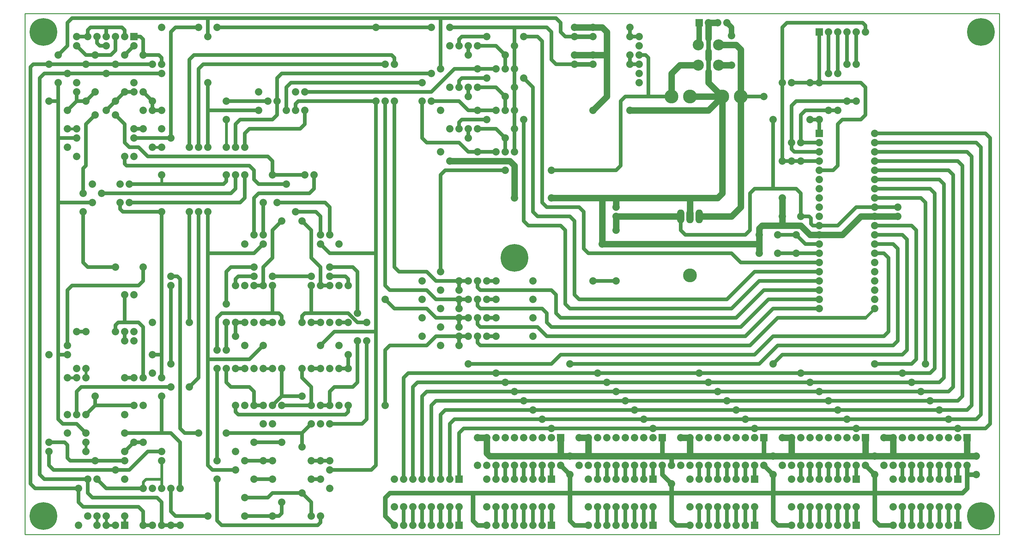
<source format=gbl>
%FSLAX23Y23*%
%MOIN*%
G70*
G01*
G75*
%ADD10C,0.010*%
%ADD11R,0.036X0.036*%
%ADD12R,0.036X0.050*%
%ADD13R,0.024X0.100*%
%ADD14R,0.080X0.024*%
%ADD15R,0.050X0.036*%
%ADD16C,0.024*%
%ADD17C,0.040*%
%ADD18C,0.030*%
%ADD19C,0.070*%
%ADD20C,0.015*%
%ADD21C,0.300*%
%ADD22C,0.080*%
%ADD23R,0.080X0.080*%
%ADD24C,0.150*%
%ADD25C,0.120*%
%ADD26O,0.080X0.150*%
%ADD27C,0.050*%
%ADD28C,0.060*%
D10*
X4691Y5170D02*
Y10820D01*
Y5170D02*
X15241D01*
Y10820D01*
X4691D02*
X15241D01*
D17*
X10291Y8770D02*
Y10520D01*
X10241Y10570D02*
X10291Y10520D01*
X10091Y10570D02*
X10241D01*
X10541Y7670D02*
Y8470D01*
X10091Y8570D02*
Y9670D01*
Y8570D02*
X10141Y8520D01*
X10491D01*
X10541Y8470D01*
X10641Y7770D02*
Y8570D01*
X10191Y8670D02*
X10241Y8620D01*
X10191Y8670D02*
Y10020D01*
X10591Y8620D02*
X10641Y8570D01*
X10241Y8620D02*
X10591D01*
X10741Y8270D02*
Y8670D01*
X10341Y8720D02*
X10691D01*
X10741Y8670D01*
X10291Y8770D02*
X10341Y8720D01*
X5701Y7470D02*
X5921D01*
X5771D02*
Y7770D01*
X7721Y7570D02*
X8191D01*
X7791D02*
Y7870D01*
X6821Y7570D02*
X7441D01*
X7371D02*
Y7870D01*
X9341Y10220D02*
X9791D01*
X9141Y7520D02*
X9491D01*
X7071Y5370D02*
X7441D01*
X9491Y9320D02*
X9791D01*
X9491Y9770D02*
X9791D01*
X7421Y9720D02*
Y10120D01*
X5821Y8970D02*
X6841D01*
X5001Y5870D02*
X5821D01*
X5181Y5970D02*
X5771D01*
X6671Y5920D02*
Y8670D01*
X5051Y6420D02*
Y10070D01*
X6671Y9370D02*
Y10070D01*
X5201Y10770D02*
X10441D01*
X6671Y7070D02*
X7121D01*
X6671Y8220D02*
X7171D01*
X6671Y9770D02*
X7221D01*
X5051Y7120D02*
X5151D01*
X5051Y8770D02*
X5421D01*
X5051Y9470D02*
X5251D01*
X9191Y10220D02*
Y10770D01*
X6671Y10570D02*
Y10770D01*
X4951Y9870D02*
X5051D01*
X9891Y9320D02*
Y9470D01*
X8991D02*
X9041Y9420D01*
X8991Y9470D02*
Y9870D01*
X9041Y9420D02*
X9391D01*
X9491Y9320D01*
X9791Y9570D02*
X9891Y9470D01*
X9591Y9570D02*
X9791D01*
X9491Y9470D02*
Y9570D01*
X9391D02*
Y9640D01*
X9421Y9670D01*
X9691D01*
X9891Y9770D02*
Y9920D01*
X9791Y10020D02*
X9891Y9920D01*
X9591Y10020D02*
X9791D01*
X9391D02*
Y10090D01*
X9421Y10120D01*
X9691D01*
X9491Y9920D02*
Y10020D01*
X9391Y9870D02*
X9491Y9770D01*
X9091Y9870D02*
X9391D01*
X7721Y9970D02*
X9091D01*
X9341Y10220D01*
X9891D02*
Y10370D01*
X9791Y10470D02*
X9891Y10370D01*
X9591Y10470D02*
X9791D01*
X9491Y10370D02*
Y10470D01*
X9421Y10570D02*
X9691D01*
X9391Y10540D02*
X9421Y10570D01*
X9391Y10470D02*
Y10540D01*
X8491Y5920D02*
Y9870D01*
X9991Y9320D02*
Y10670D01*
X9291D02*
X10341D01*
X6771D02*
X9091D01*
X8041Y7370D02*
X8491D01*
X7991Y8220D02*
X8491D01*
X11241Y10270D02*
X11341D01*
X11241D02*
Y10370D01*
Y10570D02*
X11341D01*
X11241D02*
Y10670D01*
X12841Y8420D02*
X13041D01*
X12541Y8470D02*
Y8870D01*
X9141Y7320D02*
X9491D01*
X8591Y6570D02*
Y7170D01*
X8641Y7220D02*
X9041D01*
X8591Y7170D02*
X8641Y7220D01*
X9391D02*
Y7320D01*
X9041Y7220D02*
X9141Y7320D01*
X9391Y7420D02*
Y7520D01*
X8691Y7620D02*
X9041D01*
X9141Y7520D01*
Y7720D02*
X9491D01*
X9391Y7620D02*
Y7720D01*
X8641Y7820D02*
X9041D01*
X9141Y7720D01*
X8591D02*
X8691Y7620D01*
X8591Y7870D02*
X8641Y7820D01*
X9141Y7920D02*
X9491D01*
X9391Y7820D02*
Y7920D01*
X9041Y8020D02*
X9141Y7920D01*
X8741Y8020D02*
X9041D01*
X8691Y8070D02*
X8741Y8020D01*
X7421Y10120D02*
X7471Y10170D01*
X7521Y10020D02*
X7571Y10070D01*
X7521Y9770D02*
Y10020D01*
X7471Y10170D02*
X9091D01*
X8691Y8070D02*
Y9870D01*
X8591Y7870D02*
Y9870D01*
X7121Y9570D02*
X7671D01*
X7721Y9620D01*
Y9770D01*
X7021Y9670D02*
X7371D01*
X7421Y9720D01*
X7071Y9520D02*
X7121Y9570D01*
X7071Y9370D02*
Y9520D01*
X6971Y9620D02*
X7021Y9670D01*
X6971Y9370D02*
Y9620D01*
X6571Y9370D02*
Y10220D01*
X6621Y10270D01*
X8591D01*
X8691D02*
Y10340D01*
X8661Y10370D02*
X8691Y10340D01*
X6521Y10370D02*
X8661D01*
X6471Y10320D02*
X6521Y10370D01*
X6471Y9370D02*
Y10320D01*
X7891Y8420D02*
Y8620D01*
X7841Y8670D02*
X7891Y8620D01*
X7621Y8670D02*
X7841D01*
X7991Y8420D02*
Y8720D01*
X7941Y8770D02*
X7991Y8720D01*
X7421Y8770D02*
X7941D01*
X7821Y8920D02*
Y9070D01*
X7771Y8870D02*
X7821Y8920D01*
X7221Y8870D02*
X7771D01*
X7171Y8820D02*
X7221Y8870D01*
X7171Y8420D02*
Y8820D01*
X7271Y8420D02*
Y8770D01*
X8291Y7570D02*
Y8020D01*
X8241Y8070D02*
X8291Y8020D01*
X7991Y8070D02*
X8241D01*
X8191Y7870D02*
Y7940D01*
X8161Y7970D02*
X8191Y7940D01*
X7991Y7970D02*
X8161D01*
X6871Y7670D02*
Y8020D01*
X6921Y8070D01*
X7171D01*
X6971Y7870D02*
Y7940D01*
X7001Y7970D01*
X7171D01*
Y7870D02*
X7271D01*
Y8070D01*
X7371Y8170D01*
Y8470D01*
X7471Y8570D01*
X7691D02*
X7791Y8470D01*
Y8170D02*
Y8470D01*
Y8170D02*
X7891Y8070D01*
Y7870D02*
Y8070D01*
Y7870D02*
X7991D01*
X7371Y7970D02*
X7791D01*
X7691Y7540D02*
X7721Y7570D01*
X7691Y7470D02*
Y7540D01*
X8191Y7570D02*
X8291Y7470D01*
X8391D01*
X7271D02*
X7371D01*
X7471D02*
Y7540D01*
X7441Y7570D02*
X7471Y7540D01*
X6771Y7520D02*
X6821Y7570D01*
X6771Y7170D02*
Y7520D01*
X6871Y7170D02*
Y7470D01*
X6971Y7320D02*
Y7470D01*
X7071D01*
X7171Y6170D02*
X7471D01*
X7991Y6370D02*
X8341D01*
X8391Y6420D01*
Y7270D01*
X7791Y7470D02*
X7891D01*
X8091D02*
X8191D01*
X8091Y6970D02*
X8191D01*
Y7120D01*
X8291Y6820D02*
Y7270D01*
X8241Y6770D02*
X8291Y6820D01*
X8041Y6770D02*
X8241D01*
X7991Y6720D02*
X8041Y6770D01*
X7991Y6570D02*
Y6720D01*
X7891Y6570D02*
X7991D01*
X7791Y6970D02*
X7891D01*
X7791Y6570D02*
Y6770D01*
X7691Y6870D02*
X7791Y6770D01*
X7691Y6870D02*
Y6970D01*
X7471Y6670D02*
Y6970D01*
Y6670D02*
X7691D01*
X7371Y6570D02*
X7471Y6670D01*
X6971Y6970D02*
X7071D01*
X7171Y6570D02*
X7271D01*
X7171D02*
Y6720D01*
X7121Y6770D02*
X7171Y6720D01*
X6921Y6770D02*
X7121D01*
X6871Y6820D02*
X6921Y6770D01*
X6871Y6820D02*
Y6970D01*
X7471Y6570D02*
X7791D01*
X8191Y6500D02*
Y6570D01*
X8161Y6470D02*
X8191Y6500D01*
X7001Y6470D02*
X8161D01*
X6971Y6500D02*
X7001Y6470D01*
X6971Y6500D02*
Y6570D01*
X6871Y6270D02*
X7691D01*
Y6120D02*
Y6270D01*
X7791Y6370D01*
Y5970D02*
X7991D01*
X7071D02*
X7371D01*
X7171Y5770D02*
X7371D01*
X7791D02*
X7891D01*
X7471Y5400D02*
Y5520D01*
X7441Y5370D02*
X7471Y5400D01*
X7071Y5570D02*
X7321D01*
X7371Y5620D01*
X7791Y5370D02*
Y5520D01*
X7691Y5620D02*
X7791Y5520D01*
X7371Y5620D02*
X7691D01*
X7891Y5300D02*
Y5370D01*
X7861Y5270D02*
X7891Y5300D01*
X6821Y5270D02*
X7861D01*
X6771Y5320D02*
X6821Y5270D01*
X6771Y5320D02*
Y5770D01*
Y5970D02*
Y6970D01*
X6321Y5370D02*
X6671D01*
X6271Y5420D02*
X6321Y5370D01*
X6271Y5420D02*
Y5670D01*
X6021Y6070D02*
X6171D01*
X5821Y5870D02*
X6021Y6070D01*
X4951Y5920D02*
X5001Y5870D01*
X4951Y5920D02*
Y6070D01*
X5871Y6170D02*
X5971D01*
X5771Y6070D02*
X5871Y6170D01*
X5151Y6000D02*
X5181Y5970D01*
X5151Y6000D02*
Y6140D01*
X5121Y6170D02*
X5151Y6140D01*
X4951Y6170D02*
X5121D01*
X5451Y6570D02*
X5871D01*
X5351Y6470D02*
X5451Y6570D01*
Y6670D01*
X5251Y6470D02*
Y6720D01*
X5301Y6770D01*
X6271D01*
X5251Y7370D02*
X5351D01*
X5151Y7220D02*
Y7820D01*
X5201Y7870D01*
X5921D01*
X5971Y7920D01*
Y8070D01*
X5771Y7270D02*
Y7370D01*
Y6870D02*
X5871D01*
X5971D02*
Y7420D01*
X5921Y7470D02*
X5971Y7420D01*
X5671Y7440D02*
X5701Y7470D01*
X5671Y7370D02*
Y7440D01*
X6471Y6770D02*
X6571Y6870D01*
Y8670D01*
X6471Y7470D02*
Y8670D01*
X6421Y6270D02*
X6571D01*
X6371Y6320D02*
X6421Y6270D01*
X6371Y6320D02*
Y7940D01*
X6341Y7970D02*
X6371Y7940D01*
X6271Y7970D02*
X6341D01*
X6271Y7020D02*
Y7870D01*
X5371Y8070D02*
X5671D01*
X5321Y8120D02*
X5371Y8070D01*
X5321Y8120D02*
Y8670D01*
X7071Y8820D02*
Y9070D01*
X5821Y8770D02*
X7021D01*
X7071Y8820D01*
X5521Y8870D02*
X6921D01*
X6971Y8920D01*
Y9070D01*
X6871Y9000D02*
Y9070D01*
X6841Y8970D02*
X6871Y9000D01*
X5871Y9470D02*
X6271D01*
X5351Y9620D02*
X5451Y9720D01*
X5321Y8870D02*
Y9140D01*
X5351Y9170D01*
Y9620D01*
X5771Y9420D02*
Y9620D01*
X5671Y9720D02*
X5771Y9620D01*
X7171Y9020D02*
X7221Y8970D01*
X7121Y9170D02*
X7171Y9120D01*
X7221Y8970D02*
X7521D01*
X7171Y9020D02*
Y9120D01*
X5791Y9170D02*
X7121D01*
X5771Y9190D02*
X5791Y9170D01*
X5771Y9190D02*
Y9270D01*
X7321D02*
X7371Y9220D01*
Y9070D02*
Y9220D01*
X6021Y9270D02*
X7321D01*
X5771Y9420D02*
X5821Y9370D01*
X5921D02*
X6021Y9270D01*
X5821Y9370D02*
X5921D01*
X4901Y10170D02*
X6171D01*
X6071Y9770D02*
X6171D01*
X6071D02*
Y9870D01*
X5971Y9970D02*
X6071Y9870D01*
X5571Y9770D02*
X5771Y9970D01*
X5871D01*
X5151Y9770D02*
X5251Y9870D01*
X5351D01*
X5451Y9970D01*
X5251Y9870D02*
Y9970D01*
X4851Y10120D02*
X4901Y10170D01*
X4851Y5820D02*
Y10120D01*
Y5820D02*
X4901Y5770D01*
X5371D01*
X6171Y5270D02*
X6371D01*
X5371Y5620D02*
Y5770D01*
Y5620D02*
X5421Y5570D01*
X6121D01*
X6171Y5520D01*
Y5270D02*
Y5520D01*
X5571Y5670D02*
X5971D01*
X5471Y5770D02*
X5571Y5670D01*
X5321Y5470D02*
X5921D01*
X4781Y10270D02*
X6071D01*
X5271Y5520D02*
X5321Y5470D01*
X5271Y5520D02*
Y5670D01*
X5971Y5270D02*
X6071D01*
X5971D02*
Y5420D01*
X5921Y5470D02*
X5971Y5420D01*
X4801Y5670D02*
X5271D01*
X4751Y5720D02*
X4801Y5670D01*
X4751Y5720D02*
Y10240D01*
X4781Y10270D01*
X6171D02*
Y10340D01*
X6141Y10370D02*
X6171Y10340D01*
X5971Y10370D02*
X6141D01*
X5971D02*
Y10540D01*
X5941Y10570D02*
X5971Y10540D01*
X5871Y10570D02*
X5941D01*
X5771Y10370D02*
X5871Y10470D01*
X5401Y10670D02*
X5741D01*
X5571Y10570D02*
Y10670D01*
X5371Y10640D02*
X5401Y10670D01*
X5371Y10570D02*
Y10640D01*
X5251Y10570D02*
X5371D01*
X5351Y10370D02*
X5621D01*
X5671Y10420D02*
Y10570D01*
X5621Y10370D02*
X5671Y10420D01*
X5251Y10470D02*
X5351Y10370D01*
X5501Y10470D02*
X5571D01*
X5471Y10500D02*
X5501Y10470D01*
X5471Y10500D02*
Y10570D01*
X11191Y9920D02*
X11691D01*
X10391Y9120D02*
X11091D01*
X11142Y9171D01*
Y9870D01*
X11191Y9920D01*
X11441Y9920D02*
Y10340D01*
X9191Y8020D02*
Y9070D01*
X9241Y9120D02*
X9891D01*
X9191Y9070D02*
X9241Y9120D01*
X10841Y7920D02*
X11091D01*
X13221Y8520D02*
X13491D01*
X13691Y8720D02*
X14141D01*
X12591Y8920D02*
X13041D01*
X12791D02*
Y9670D01*
X13091Y8620D02*
X13181D01*
X13201Y8600D01*
Y8540D02*
Y8600D01*
Y8540D02*
X13221Y8520D01*
X5771Y6270D02*
X6271D01*
X6171Y6870D02*
Y8670D01*
Y6270D02*
Y6670D01*
X6071Y7120D02*
X6171D01*
X5721Y8700D02*
X5751Y8670D01*
X5721Y8700D02*
Y8770D01*
X5751Y8670D02*
X6171D01*
X5771Y10570D02*
Y10640D01*
X5741Y10670D02*
X5771Y10640D01*
X10091Y10120D02*
X10191Y10020D01*
X10741Y8270D02*
X10791Y8220D01*
X12341D01*
X10691Y7720D02*
X12291D01*
X10641Y7770D02*
X10691Y7720D01*
X10591Y7620D02*
X12341D01*
X10541Y7670D02*
X10591Y7620D01*
X5151Y10720D02*
X5201Y10770D01*
X7571Y10070D02*
X8991D01*
X7651Y9870D02*
X8491D01*
X7621Y9840D02*
X7651Y9870D01*
X7621Y9770D02*
Y9840D01*
X6321Y10670D02*
X6571D01*
X6271Y10620D02*
X6321Y10670D01*
X6271Y9470D02*
Y10620D01*
X5151Y10470D02*
Y10720D01*
X5051Y10370D02*
X5151Y10470D01*
X6271Y6270D02*
X6371Y6170D01*
Y5670D02*
Y6170D01*
X7371Y9070D02*
X7721D01*
X5051Y6420D02*
X5101Y6370D01*
X5251D01*
X5351Y6270D01*
X7891Y7220D02*
X8041Y7370D01*
X7891Y8320D02*
X7991Y8220D01*
X7121Y7070D02*
X7271Y7220D01*
X7171Y8220D02*
X7271Y8320D01*
X6721Y5870D02*
X6971D01*
X6671Y5920D02*
X6721Y5870D01*
X7991D02*
X8441D01*
X8491Y5920D01*
X5871Y9570D02*
X5971D01*
X9391Y5270D02*
Y5470D01*
X9291Y5270D02*
Y5470D01*
X9191Y5270D02*
Y5470D01*
X9091Y5270D02*
Y5470D01*
X8991Y5270D02*
Y5470D01*
X8891Y5270D02*
Y5470D01*
X8791Y5270D02*
Y5470D01*
X9791Y5270D02*
Y5470D01*
X9891Y5270D02*
Y5470D01*
X9991Y5270D02*
Y5470D01*
X10091Y5270D02*
Y5470D01*
X10191Y5270D02*
Y5470D01*
X10291Y5270D02*
Y5470D01*
X10391Y5270D02*
Y5470D01*
X10891Y5270D02*
Y5470D01*
X10991Y5270D02*
Y5470D01*
X11091Y5270D02*
Y5470D01*
X11191Y5270D02*
Y5470D01*
X11291Y5270D02*
Y5470D01*
X11391Y5270D02*
Y5470D01*
X11491Y5270D02*
Y5470D01*
X11991Y5270D02*
Y5470D01*
X12091Y5270D02*
Y5470D01*
X12191Y5270D02*
Y5470D01*
X12291Y5270D02*
Y5470D01*
X12391Y5270D02*
Y5470D01*
X12491Y5270D02*
Y5470D01*
X12591Y5270D02*
Y5470D01*
X13091Y5270D02*
Y5470D01*
X13191Y5270D02*
Y5470D01*
X13291Y5270D02*
Y5470D01*
X13391Y5270D02*
Y5470D01*
X13491Y5270D02*
Y5470D01*
X13591Y5270D02*
Y5470D01*
X13691Y5270D02*
Y5470D01*
X14791Y5270D02*
Y5470D01*
X14691Y5270D02*
Y5470D01*
X14591Y5270D02*
Y5470D01*
X14491Y5270D02*
Y5470D01*
X14391Y5270D02*
Y5470D01*
X14291Y5270D02*
Y5470D01*
X14191Y5270D02*
Y5470D01*
X14791Y5770D02*
Y5920D01*
X14691Y5770D02*
Y5920D01*
X14591Y5770D02*
Y5920D01*
X14491Y5770D02*
Y5920D01*
X14391Y5770D02*
Y5920D01*
X14291Y5770D02*
Y5920D01*
X14191Y5770D02*
Y5920D01*
X13691Y5770D02*
Y5920D01*
X13591Y5770D02*
Y5920D01*
X13491Y5770D02*
Y5920D01*
X13391Y5770D02*
Y5920D01*
X13291Y5770D02*
Y5920D01*
X13191Y5770D02*
Y5920D01*
X13091Y5770D02*
Y5920D01*
X12491Y5770D02*
Y5920D01*
X12391Y5770D02*
Y5920D01*
X12291Y5770D02*
Y5920D01*
X12191Y5770D02*
Y5920D01*
X12091Y5770D02*
Y5920D01*
X11991Y5770D02*
Y5920D01*
X11491Y5770D02*
Y5920D01*
X11391Y5770D02*
Y5920D01*
X11291Y5770D02*
Y5920D01*
X11191Y5770D02*
Y5920D01*
X11091Y5770D02*
Y5920D01*
X10991Y5770D02*
Y5920D01*
X10891Y5770D02*
Y5920D01*
X10391Y5770D02*
Y5920D01*
X10291Y5770D02*
Y5920D01*
X10191Y5770D02*
Y5920D01*
X10091Y5770D02*
Y5920D01*
X9991Y5770D02*
Y5920D01*
X9891Y5770D02*
Y5920D01*
X9791Y5770D02*
Y5920D01*
X12591Y5770D02*
Y5920D01*
X9391Y5770D02*
Y6270D01*
X9441Y6320D01*
X9291Y5770D02*
Y6370D01*
X9341Y6420D01*
X9191Y5770D02*
Y6470D01*
X9241Y6520D01*
X9091Y5770D02*
Y6570D01*
X9141Y6620D01*
X8991Y5770D02*
Y6670D01*
X9041Y6720D01*
X8891Y5770D02*
Y6770D01*
X8941Y6820D01*
X8791Y5770D02*
Y6870D01*
X8841Y6920D01*
X14291Y8520D02*
X14341Y8470D01*
X14191Y8420D02*
X14241Y8370D01*
X14091Y8320D02*
X14141Y8270D01*
X9491Y7020D02*
X10391D01*
X10491Y7120D01*
X13891Y8320D02*
X14091D01*
X13891Y8420D02*
X14191D01*
X13891Y8520D02*
X14291D01*
X13891Y8220D02*
X13991D01*
X14041Y8170D01*
X13491Y8520D02*
X13691Y8720D01*
X12841Y8220D02*
X13291D01*
X13041Y8420D02*
X13141Y8320D01*
X13291D01*
X12891Y9220D02*
X13291D01*
X13191Y9670D02*
X13291D01*
Y9520D02*
Y9670D01*
X13091Y9420D02*
X13291D01*
X12991Y9350D02*
X13021Y9320D01*
X13291D01*
X13091Y9420D02*
Y9720D01*
X13141Y9770D01*
X13491D01*
X12991Y9820D02*
X13041Y9870D01*
X13691D01*
X12991Y9350D02*
Y9820D01*
X13391Y10170D02*
Y10620D01*
X13491Y10170D02*
Y10620D01*
X13591Y10270D02*
Y10620D01*
X13691Y10270D02*
Y10620D01*
X13291Y10070D02*
Y10620D01*
X13741Y10070D02*
X13791Y10020D01*
X13291Y9120D02*
X13441D01*
X13491Y9170D01*
Y9620D01*
X13541Y9670D01*
X13741D01*
X13791Y9720D01*
Y10020D01*
X12991Y10070D02*
X13741D01*
X13791Y10620D02*
Y10690D01*
X13761Y10720D02*
X13791Y10690D01*
X12941Y10720D02*
X13761D01*
X12891Y10670D02*
X12941Y10720D01*
X12891Y9220D02*
Y10670D01*
X15091Y6320D02*
X15141Y6370D01*
Y9470D01*
X15091Y9520D02*
X15141Y9470D01*
X14991Y6420D02*
X15041Y6470D01*
Y9370D01*
X14991Y9420D02*
X15041Y9370D01*
X14891Y6520D02*
X14941Y6570D01*
Y9270D01*
X14891Y9320D02*
X14941Y9270D01*
X14791Y6620D02*
X14841Y6670D01*
Y9170D01*
X14791Y9220D02*
X14841Y9170D01*
X14691Y6720D02*
X14741Y6770D01*
Y9070D01*
X14691Y9120D02*
X14741Y9070D01*
X14591Y6820D02*
X14641Y6870D01*
Y8970D01*
X14591Y9020D02*
X14641Y8970D01*
X14491Y6920D02*
X14541Y6970D01*
Y8870D01*
X14491Y8920D02*
X14541Y8870D01*
X14391Y8820D02*
X14441Y8770D01*
X13891Y9520D02*
X15091D01*
X9441Y6320D02*
X15091D01*
X13891Y9420D02*
X14991D01*
X9341Y6420D02*
X14991D01*
X13891Y9320D02*
X14891D01*
X9241Y6520D02*
X14891D01*
X13891Y9220D02*
X14791D01*
X9141Y6620D02*
X14791D01*
X13891Y9120D02*
X14691D01*
X9041Y6720D02*
X14691D01*
X13891Y9020D02*
X14591D01*
X8941Y6820D02*
X14591D01*
X13891Y8920D02*
X14491D01*
X8841Y6920D02*
X14491D01*
X13891Y8820D02*
X14391D01*
X13041Y8920D02*
X13091Y8870D01*
Y8620D02*
Y8870D01*
X12541D02*
X12591Y8920D01*
X12491Y8420D02*
X12541Y8470D01*
X11841Y8420D02*
X12491D01*
X11791Y8470D02*
X11841Y8420D01*
X11791Y8470D02*
Y8620D01*
X12341Y8220D02*
X12441Y8120D01*
X13291D01*
X14441Y7020D02*
Y8770D01*
X14291Y7020D02*
X14341Y7070D01*
Y8470D01*
X14191Y7120D02*
X14241Y7170D01*
Y8370D01*
X14091Y7220D02*
X14141Y7270D01*
Y8270D01*
X13991Y7320D02*
X14041Y7370D01*
Y8170D01*
X13891Y7020D02*
X14291D01*
X12791D02*
X12891Y7120D01*
X14191D01*
X12641Y7020D02*
X12841Y7220D01*
X14091D01*
X10591Y7020D02*
X12641D01*
X12591Y7120D02*
X12791Y7320D01*
X13991D01*
X10491Y7120D02*
X12591D01*
X12541Y7220D02*
X12841Y7520D01*
X13791D01*
X12491Y7320D02*
X12791Y7620D01*
X13291D01*
X12441Y7420D02*
X12741Y7720D01*
X13291D01*
X12391Y7520D02*
X12691Y7820D01*
X13291D01*
X12341Y7620D02*
X12641Y7920D01*
X13291D01*
X12291Y7720D02*
X12591Y8020D01*
X13291D01*
X11341Y10370D02*
X11411D01*
X11441Y10340D01*
X12442Y9920D02*
X12691D01*
X10491Y10620D02*
X10541Y10570D01*
X10641D01*
X10441Y10770D02*
X10491Y10720D01*
Y10620D02*
Y10720D01*
X10341Y10670D02*
X10391Y10620D01*
Y10320D02*
Y10620D01*
Y10320D02*
X10441Y10270D01*
X10641D01*
X9691Y7320D02*
X9791D01*
X9591Y7250D02*
Y7320D01*
Y7250D02*
X9621Y7220D01*
X9591Y7450D02*
Y7520D01*
Y7450D02*
X9621Y7420D01*
X9691Y7520D02*
X9791D01*
X9591Y7650D02*
Y7720D01*
Y7650D02*
X9621Y7620D01*
X9591Y7850D02*
Y7920D01*
Y7850D02*
X9621Y7820D01*
Y7220D02*
X12541D01*
X10241Y7420D02*
X10341Y7320D01*
X9621Y7420D02*
X10241D01*
X10341Y7320D02*
X12491D01*
X10341Y7470D02*
X10391Y7420D01*
X10341Y7470D02*
Y7570D01*
X10291Y7620D02*
X10341Y7570D01*
X10391Y7420D02*
X12441D01*
X10441Y7570D02*
X10491Y7520D01*
X10441Y7570D02*
Y7770D01*
X10391Y7820D02*
X10441Y7770D01*
X9621Y7820D02*
X10391D01*
X10491Y7520D02*
X12391D01*
X9621Y7620D02*
X10291D01*
X9691Y7920D02*
X9791D01*
X9691Y7720D02*
X9791D01*
X6871Y9870D02*
X7321D01*
D18*
X6171Y8970D02*
Y9070D01*
Y5670D02*
Y5970D01*
X6001Y5770D02*
X6171D01*
X6871Y9370D02*
Y9670D01*
X5351Y6070D02*
Y6170D01*
X5971Y5740D02*
X6001Y5770D01*
X5971Y5670D02*
Y5740D01*
X5581Y5670D02*
X5971D01*
X7271Y6970D02*
X7371D01*
X5351Y6870D02*
Y6970D01*
X5151Y6870D02*
X5251D01*
X6071Y9370D02*
X6171D01*
X5151Y9570D02*
X5251D01*
X5771Y5270D02*
Y5370D01*
X5571Y5270D02*
X5671D01*
X5471D02*
Y5370D01*
X5571Y5270D02*
Y5370D01*
X13791Y7520D02*
X13891Y7620D01*
D19*
X10641Y10370D02*
X10991D01*
Y9920D02*
Y10620D01*
X10641Y10670D02*
X10941D01*
X10991Y10620D01*
X10841Y9770D02*
X10991Y9920D01*
X11241Y9770D02*
X12092D01*
X9991Y8820D02*
Y9170D01*
X9721Y6020D02*
X14991D01*
X14891D02*
Y6220D01*
X14091Y6020D02*
Y6220D01*
X13791Y6020D02*
Y6220D01*
X12991Y6020D02*
Y6220D01*
X11891Y6020D02*
Y6220D01*
X10791Y6020D02*
Y6220D01*
X10491Y6020D02*
Y6220D01*
X13991D02*
X14091D01*
X13191Y8420D02*
X13541D01*
X13741Y8620D02*
X14141D01*
X12671Y8520D02*
X13091D01*
X12641Y8220D02*
Y8490D01*
X10941Y8320D02*
X12641D01*
X12891Y8520D02*
Y8820D01*
X10391D02*
X12191D01*
X11891Y8620D02*
Y8820D01*
X11091Y8720D02*
Y8820D01*
X10941Y8320D02*
Y8820D01*
X11791Y6220D02*
X11891D01*
X12891D02*
X12991D01*
X10691D02*
X10791D01*
X9691Y6050D02*
X9721Y6020D01*
X9691Y6050D02*
Y6220D01*
X9591D02*
X9691D01*
X13541Y8420D02*
X13741Y8620D01*
X13091Y8520D02*
X13191Y8420D01*
X12641Y8490D02*
X12671Y8520D01*
X9291Y9220D02*
X9941D01*
X9991Y9170D01*
X12201Y10260D02*
X12341D01*
X12201Y10480D02*
X12391D01*
X12441Y10430D01*
X12091Y10720D02*
X12191D01*
X12091Y10330D02*
Y10410D01*
Y10550D02*
Y10720D01*
X11691Y9920D02*
Y10170D01*
X11781Y10260D01*
X11981D01*
X12341Y8620D02*
X12441Y8720D01*
X11991Y8620D02*
X12341D01*
X11091D02*
X11791D01*
X11091Y8470D02*
Y8620D01*
X12441Y8720D02*
Y10430D01*
X12191Y8820D02*
X12241Y8870D01*
X12091Y10069D02*
Y10190D01*
Y10069D02*
X12241Y9920D01*
X11891D02*
X12241D01*
X12092Y9770D02*
X12241Y9920D01*
X12241Y8870D02*
Y9920D01*
D21*
X15041Y10620D02*
D03*
X9991Y8170D02*
D03*
X4891Y10620D02*
D03*
Y5370D02*
D03*
X15041D02*
D03*
D22*
X14091Y5270D02*
D03*
X14191D02*
D03*
X14291D02*
D03*
X14391D02*
D03*
X14491D02*
D03*
X14591D02*
D03*
X14691D02*
D03*
X13591D02*
D03*
X13491D02*
D03*
X13391D02*
D03*
X13291D02*
D03*
X13191D02*
D03*
X13091D02*
D03*
X12991D02*
D03*
X11891D02*
D03*
X11991D02*
D03*
X12091D02*
D03*
X12191D02*
D03*
X12291D02*
D03*
X12391D02*
D03*
X12491D02*
D03*
X11391D02*
D03*
X11291D02*
D03*
X11191D02*
D03*
X11091D02*
D03*
X10991D02*
D03*
X10891D02*
D03*
X10791D02*
D03*
X9691D02*
D03*
X9791D02*
D03*
X9891D02*
D03*
X9991D02*
D03*
X10091D02*
D03*
X10191D02*
D03*
X10291D02*
D03*
X9291D02*
D03*
X9191D02*
D03*
X9091D02*
D03*
X8991D02*
D03*
X8891D02*
D03*
X8791D02*
D03*
X8691D02*
D03*
X13791Y10620D02*
D03*
X13691D02*
D03*
X13591D02*
D03*
X13491D02*
D03*
X13391D02*
D03*
X5771Y10570D02*
D03*
X5671D02*
D03*
X5571D02*
D03*
X5471D02*
D03*
X5371D02*
D03*
X5471Y5270D02*
D03*
X5571D02*
D03*
X5671D02*
D03*
X12091Y10720D02*
D03*
X12191D02*
D03*
X12291D02*
D03*
X5151Y9570D02*
D03*
Y9370D02*
D03*
X5971Y9770D02*
D03*
Y9570D02*
D03*
X13091Y8620D02*
D03*
X12891D02*
D03*
X14991Y6020D02*
D03*
Y5820D02*
D03*
X13891D02*
D03*
Y6020D02*
D03*
X12791D02*
D03*
Y5820D02*
D03*
X11691Y5720D02*
D03*
Y5920D02*
D03*
X10591Y6020D02*
D03*
Y5820D02*
D03*
X9391Y7220D02*
D03*
X9191D02*
D03*
Y7420D02*
D03*
X9391D02*
D03*
Y7620D02*
D03*
X9191D02*
D03*
Y7820D02*
D03*
X9391D02*
D03*
X12641Y8220D02*
D03*
X12841D02*
D03*
Y8420D02*
D03*
X12641D02*
D03*
X12991Y9420D02*
D03*
Y9220D02*
D03*
X13091D02*
D03*
Y9420D02*
D03*
X5351Y6270D02*
D03*
X5151D02*
D03*
X5771Y6470D02*
D03*
Y6270D02*
D03*
X5151Y7120D02*
D03*
X4951D02*
D03*
X6071Y6920D02*
D03*
Y7120D02*
D03*
X5421Y8770D02*
D03*
Y8970D02*
D03*
X5721D02*
D03*
Y8770D02*
D03*
X6971Y5870D02*
D03*
Y6070D02*
D03*
X7991Y5670D02*
D03*
Y5870D02*
D03*
X7271Y7220D02*
D03*
X7071D02*
D03*
X8091D02*
D03*
X7891D02*
D03*
X7271Y8320D02*
D03*
X7071D02*
D03*
X8091D02*
D03*
X7891D02*
D03*
X7221Y9770D02*
D03*
Y9970D02*
D03*
X7621D02*
D03*
Y9770D02*
D03*
X5251Y9470D02*
D03*
Y9270D02*
D03*
X5871D02*
D03*
Y9470D02*
D03*
X6171Y9370D02*
D03*
Y9570D02*
D03*
X13041Y8220D02*
D03*
Y8420D02*
D03*
X9691Y7320D02*
D03*
X9491D02*
D03*
X9591D02*
D03*
Y7520D02*
D03*
X9491D02*
D03*
X9691D02*
D03*
Y7720D02*
D03*
X9491D02*
D03*
X9591D02*
D03*
Y7920D02*
D03*
X9491D02*
D03*
X9691D02*
D03*
X9991Y9320D02*
D03*
X9791D02*
D03*
X9891D02*
D03*
X9391Y9570D02*
D03*
X9491D02*
D03*
X9291D02*
D03*
X9991Y9770D02*
D03*
X9791D02*
D03*
X9891D02*
D03*
X9391Y10020D02*
D03*
X9491D02*
D03*
X9291D02*
D03*
X9991Y10220D02*
D03*
X9791D02*
D03*
X9891D02*
D03*
X9391Y10470D02*
D03*
X9491D02*
D03*
X9291D02*
D03*
X13291Y9420D02*
D03*
Y9320D02*
D03*
Y9220D02*
D03*
Y9120D02*
D03*
Y9020D02*
D03*
Y8920D02*
D03*
Y8820D02*
D03*
Y8720D02*
D03*
Y8620D02*
D03*
Y8520D02*
D03*
Y8420D02*
D03*
Y8320D02*
D03*
Y8220D02*
D03*
Y8120D02*
D03*
Y8020D02*
D03*
Y7920D02*
D03*
Y7820D02*
D03*
Y7720D02*
D03*
Y7620D02*
D03*
X13891D02*
D03*
Y7720D02*
D03*
Y7820D02*
D03*
Y7920D02*
D03*
Y8020D02*
D03*
Y8120D02*
D03*
Y8220D02*
D03*
Y8320D02*
D03*
Y8420D02*
D03*
Y8520D02*
D03*
Y8620D02*
D03*
Y8720D02*
D03*
Y8820D02*
D03*
Y8920D02*
D03*
Y9020D02*
D03*
Y9120D02*
D03*
Y9220D02*
D03*
Y9320D02*
D03*
Y9420D02*
D03*
Y9520D02*
D03*
X14791Y6220D02*
D03*
X14691D02*
D03*
X14591D02*
D03*
X14491D02*
D03*
X14391D02*
D03*
X14291D02*
D03*
X14191D02*
D03*
X14091D02*
D03*
X13991D02*
D03*
Y5920D02*
D03*
X14091D02*
D03*
X14191D02*
D03*
X14291D02*
D03*
X14391D02*
D03*
X14491D02*
D03*
X14591D02*
D03*
X14691D02*
D03*
X14791D02*
D03*
X14891D02*
D03*
X13791D02*
D03*
X13691D02*
D03*
X13591D02*
D03*
X13491D02*
D03*
X13391D02*
D03*
X13291D02*
D03*
X13191D02*
D03*
X13091D02*
D03*
X12991D02*
D03*
X12891D02*
D03*
Y6220D02*
D03*
X12991D02*
D03*
X13091D02*
D03*
X13191D02*
D03*
X13291D02*
D03*
X13391D02*
D03*
X13491D02*
D03*
X13591D02*
D03*
X13691D02*
D03*
X12591D02*
D03*
X12491D02*
D03*
X12391D02*
D03*
X12291D02*
D03*
X12191D02*
D03*
X12091D02*
D03*
X11991D02*
D03*
X11891D02*
D03*
X11791D02*
D03*
Y5920D02*
D03*
X11891D02*
D03*
X11991D02*
D03*
X12091D02*
D03*
X12191D02*
D03*
X12291D02*
D03*
X12391D02*
D03*
X12491D02*
D03*
X12591D02*
D03*
X12691D02*
D03*
X11591D02*
D03*
X11491D02*
D03*
X11391D02*
D03*
X11291D02*
D03*
X11191D02*
D03*
X11091D02*
D03*
X10991D02*
D03*
X10891D02*
D03*
X10791D02*
D03*
X10691D02*
D03*
Y6220D02*
D03*
X10791D02*
D03*
X10891D02*
D03*
X10991D02*
D03*
X11091D02*
D03*
X11191D02*
D03*
X11291D02*
D03*
X11391D02*
D03*
X11491D02*
D03*
X10391D02*
D03*
X10291D02*
D03*
X10191D02*
D03*
X10091D02*
D03*
X9991D02*
D03*
X9891D02*
D03*
X9791D02*
D03*
X9691D02*
D03*
X9591D02*
D03*
Y5920D02*
D03*
X9691D02*
D03*
X9791D02*
D03*
X9891D02*
D03*
X9991D02*
D03*
X10091D02*
D03*
X10191D02*
D03*
X10291D02*
D03*
X10391D02*
D03*
X10491D02*
D03*
X14791Y5470D02*
D03*
X14691D02*
D03*
X14591D02*
D03*
X14491D02*
D03*
X14391D02*
D03*
X14291D02*
D03*
X14191D02*
D03*
X14091D02*
D03*
Y5770D02*
D03*
X14191D02*
D03*
X14291D02*
D03*
X14391D02*
D03*
X14491D02*
D03*
X14591D02*
D03*
X14691D02*
D03*
X13591D02*
D03*
X13491D02*
D03*
X13391D02*
D03*
X13291D02*
D03*
X13191D02*
D03*
X13091D02*
D03*
X12991D02*
D03*
Y5470D02*
D03*
X13091D02*
D03*
X13191D02*
D03*
X13291D02*
D03*
X13391D02*
D03*
X13491D02*
D03*
X13591D02*
D03*
X13691D02*
D03*
X12591D02*
D03*
X12491D02*
D03*
X12391D02*
D03*
X12291D02*
D03*
X12191D02*
D03*
X12091D02*
D03*
X11991D02*
D03*
X11891D02*
D03*
Y5770D02*
D03*
X11991D02*
D03*
X12091D02*
D03*
X12191D02*
D03*
X12291D02*
D03*
X12391D02*
D03*
X12491D02*
D03*
X11391D02*
D03*
X11291D02*
D03*
X11191D02*
D03*
X11091D02*
D03*
X10991D02*
D03*
X10891D02*
D03*
X10791D02*
D03*
Y5470D02*
D03*
X10891D02*
D03*
X10991D02*
D03*
X11091D02*
D03*
X11191D02*
D03*
X11291D02*
D03*
X11391D02*
D03*
X11491D02*
D03*
X10391D02*
D03*
X10291D02*
D03*
X10191D02*
D03*
X10091D02*
D03*
X9991D02*
D03*
X9891D02*
D03*
X9791D02*
D03*
X9691D02*
D03*
Y5770D02*
D03*
X9791D02*
D03*
X9891D02*
D03*
X9991D02*
D03*
X10091D02*
D03*
X10191D02*
D03*
X10291D02*
D03*
X9291D02*
D03*
X9191D02*
D03*
X9091D02*
D03*
X8991D02*
D03*
X8891D02*
D03*
X8791D02*
D03*
X8691D02*
D03*
Y5470D02*
D03*
X8791D02*
D03*
X8891D02*
D03*
X8991D02*
D03*
X9091D02*
D03*
X9191D02*
D03*
X9291D02*
D03*
X9391D02*
D03*
X14141Y8620D02*
D03*
Y8720D02*
D03*
X12991Y10070D02*
D03*
X12891D02*
D03*
X10641Y10570D02*
D03*
Y10670D02*
D03*
Y10270D02*
D03*
Y10370D02*
D03*
X11091Y8720D02*
D03*
Y8620D02*
D03*
X11341Y10070D02*
D03*
Y10270D02*
D03*
Y10170D02*
D03*
X6171Y10270D02*
D03*
Y10670D02*
D03*
Y9770D02*
D03*
Y10170D02*
D03*
X10091Y9670D02*
D03*
X9691D02*
D03*
X13191D02*
D03*
Y10070D02*
D03*
X5971Y5670D02*
D03*
Y5270D02*
D03*
X6171D02*
D03*
Y5670D02*
D03*
X6071D02*
D03*
Y5270D02*
D03*
X6271D02*
D03*
Y5670D02*
D03*
X5251Y6870D02*
D03*
X6471Y7470D02*
D03*
X6071D02*
D03*
X6971Y6970D02*
D03*
Y7470D02*
D03*
X8191D02*
D03*
Y6970D02*
D03*
X5351Y9870D02*
D03*
Y10270D02*
D03*
X5151Y10170D02*
D03*
Y9770D02*
D03*
X5671Y9870D02*
D03*
Y10270D02*
D03*
X5571Y10170D02*
D03*
Y9770D02*
D03*
X9391Y7320D02*
D03*
X8991D02*
D03*
X9791D02*
D03*
X10191D02*
D03*
X9391Y7520D02*
D03*
X8991D02*
D03*
X9791D02*
D03*
X10191D02*
D03*
X9391Y7720D02*
D03*
X8991D02*
D03*
X9791D02*
D03*
X10191D02*
D03*
X9391Y7920D02*
D03*
X8991D02*
D03*
X9791D02*
D03*
X10191D02*
D03*
X9591Y9320D02*
D03*
X9191D02*
D03*
X9491Y9470D02*
D03*
X9891D02*
D03*
X9591Y9570D02*
D03*
X9991D02*
D03*
X9591Y9770D02*
D03*
X9191D02*
D03*
X9691Y10120D02*
D03*
X10091D02*
D03*
X9491Y9920D02*
D03*
X9891D02*
D03*
X9591Y10020D02*
D03*
X9991D02*
D03*
X9591Y10220D02*
D03*
X9191D02*
D03*
X9691Y10570D02*
D03*
X10091D02*
D03*
X9491Y10370D02*
D03*
X9891D02*
D03*
X9591Y10470D02*
D03*
X9991D02*
D03*
X12891Y8820D02*
D03*
Y9220D02*
D03*
X13691Y9870D02*
D03*
Y10270D02*
D03*
X13591Y9870D02*
D03*
Y10270D02*
D03*
X13491Y9770D02*
D03*
Y10170D02*
D03*
X11241Y9770D02*
D03*
X10841D02*
D03*
X11241Y10570D02*
D03*
X10841D02*
D03*
X11241Y10670D02*
D03*
X10841D02*
D03*
Y10370D02*
D03*
X11241D02*
D03*
Y10270D02*
D03*
X10841D02*
D03*
X5471Y5770D02*
D03*
Y5370D02*
D03*
X5771Y5970D02*
D03*
X6171D02*
D03*
X4951Y6170D02*
D03*
X5351D02*
D03*
Y6070D02*
D03*
X4951D02*
D03*
X6171D02*
D03*
X5771D02*
D03*
X5871Y6170D02*
D03*
Y6570D02*
D03*
X5971D02*
D03*
Y6170D02*
D03*
X5151Y6470D02*
D03*
Y6870D02*
D03*
X5351Y6470D02*
D03*
Y6870D02*
D03*
X5251Y6970D02*
D03*
Y7370D02*
D03*
X5351Y6970D02*
D03*
Y7370D02*
D03*
X5871Y7770D02*
D03*
Y7370D02*
D03*
X5771Y7770D02*
D03*
Y7370D02*
D03*
X5871Y7270D02*
D03*
Y6870D02*
D03*
X5771Y7270D02*
D03*
Y6870D02*
D03*
X6171Y9070D02*
D03*
Y8670D02*
D03*
X7791Y6370D02*
D03*
Y5970D02*
D03*
X7891D02*
D03*
Y6370D02*
D03*
X7991D02*
D03*
Y5970D02*
D03*
X7791Y5370D02*
D03*
Y5770D02*
D03*
X7891D02*
D03*
Y5370D02*
D03*
X5771D02*
D03*
Y5770D02*
D03*
X6671Y5370D02*
D03*
X7071D02*
D03*
X7371D02*
D03*
Y5770D02*
D03*
X7171D02*
D03*
Y6170D02*
D03*
X7371Y6370D02*
D03*
Y5970D02*
D03*
X7071D02*
D03*
Y5570D02*
D03*
X7271Y6370D02*
D03*
Y5970D02*
D03*
X7071Y6570D02*
D03*
Y6970D02*
D03*
X7371Y6570D02*
D03*
Y6970D02*
D03*
X7171D02*
D03*
Y6570D02*
D03*
X7271Y6970D02*
D03*
Y6570D02*
D03*
X7071Y7870D02*
D03*
Y7470D02*
D03*
X7371Y7870D02*
D03*
Y7470D02*
D03*
X7171D02*
D03*
Y7870D02*
D03*
X8091D02*
D03*
Y7470D02*
D03*
X7791Y7870D02*
D03*
Y7470D02*
D03*
X7991D02*
D03*
Y7870D02*
D03*
X7891Y7470D02*
D03*
Y7870D02*
D03*
X7791Y6570D02*
D03*
Y6970D02*
D03*
X7991D02*
D03*
Y6570D02*
D03*
X7891Y6970D02*
D03*
Y6570D02*
D03*
X5251Y9570D02*
D03*
Y9970D02*
D03*
X5451Y10370D02*
D03*
Y9970D02*
D03*
X5871Y9570D02*
D03*
Y9970D02*
D03*
X5771Y10370D02*
D03*
Y9970D02*
D03*
X5871Y10070D02*
D03*
Y10470D02*
D03*
X6071Y9370D02*
D03*
Y9770D02*
D03*
X5971Y10370D02*
D03*
Y9970D02*
D03*
X5271Y5270D02*
D03*
Y5670D02*
D03*
X5371Y5770D02*
D03*
Y5370D02*
D03*
X4951Y10270D02*
D03*
Y9870D02*
D03*
X6371Y5270D02*
D03*
Y5670D02*
D03*
X8091Y6970D02*
D03*
Y6570D02*
D03*
X6071Y10270D02*
D03*
Y9870D02*
D03*
X7271Y7870D02*
D03*
Y7470D02*
D03*
X5251Y10470D02*
D03*
Y10070D02*
D03*
X11341Y10370D02*
D03*
Y10570D02*
D03*
Y10470D02*
D03*
X13291Y9670D02*
D03*
Y10070D02*
D03*
X13391Y10170D02*
D03*
Y9770D02*
D03*
X6971Y6570D02*
D03*
X8191D02*
D03*
X6971Y7870D02*
D03*
X8191D02*
D03*
X5251Y6470D02*
D03*
X8591Y7720D02*
D03*
X5251Y10570D02*
D03*
X10391Y9120D02*
D03*
X9891D02*
D03*
X11091Y7920D02*
D03*
X10841D02*
D03*
X10941Y8320D02*
D03*
X9291Y9220D02*
D03*
X9991Y8820D02*
D03*
X10391D02*
D03*
X9191Y8020D02*
D03*
X8991Y9870D02*
D03*
Y10070D02*
D03*
X9091Y9870D02*
D03*
Y10170D02*
D03*
Y10670D02*
D03*
X9291D02*
D03*
X8691Y9870D02*
D03*
Y10270D02*
D03*
X8591D02*
D03*
Y9870D02*
D03*
X8491Y10670D02*
D03*
Y9870D02*
D03*
X7721Y9970D02*
D03*
X6671Y10570D02*
D03*
Y10070D02*
D03*
X6871Y9870D02*
D03*
Y9670D02*
D03*
X7321Y9870D02*
D03*
X7421D02*
D03*
X7521Y9770D02*
D03*
X7721D02*
D03*
X6771Y10670D02*
D03*
X6571D02*
D03*
X5051Y10370D02*
D03*
X5571Y10470D02*
D03*
X5051Y10070D02*
D03*
X6671Y9370D02*
D03*
Y8670D02*
D03*
X7071Y9370D02*
D03*
X6971D02*
D03*
X6871D02*
D03*
X7071Y9070D02*
D03*
X6971D02*
D03*
X6871D02*
D03*
X6271Y9470D02*
D03*
X5321Y8670D02*
D03*
Y8870D02*
D03*
X5671Y5870D02*
D03*
X6471Y9370D02*
D03*
X6571Y8670D02*
D03*
X5771Y9270D02*
D03*
X5821Y8970D02*
D03*
X6471Y6770D02*
D03*
X6271D02*
D03*
X6171Y6670D02*
D03*
Y6870D02*
D03*
X5971D02*
D03*
X5521Y8870D02*
D03*
X5821Y8770D02*
D03*
X5671Y8070D02*
D03*
X6271Y7970D02*
D03*
X5151Y7220D02*
D03*
X5971Y8070D02*
D03*
X6571Y6270D02*
D03*
X6871D02*
D03*
X6271Y7870D02*
D03*
X7691Y6970D02*
D03*
X7471D02*
D03*
X7691Y7470D02*
D03*
X7471D02*
D03*
X6971Y7320D02*
D03*
X8191Y7120D02*
D03*
X7171Y8420D02*
D03*
Y8070D02*
D03*
X7991Y8420D02*
D03*
X7271D02*
D03*
X7991Y8070D02*
D03*
X7691Y8570D02*
D03*
X7471D02*
D03*
X8291Y7270D02*
D03*
X6871Y6970D02*
D03*
Y7170D02*
D03*
X7891Y8420D02*
D03*
X7991Y7970D02*
D03*
X7791D02*
D03*
X7371D02*
D03*
X7171D02*
D03*
X7691Y5620D02*
D03*
X6871Y7670D02*
D03*
Y7470D02*
D03*
X6771Y7170D02*
D03*
Y6970D02*
D03*
X8391Y7270D02*
D03*
Y7470D02*
D03*
X8291Y7570D02*
D03*
X7691Y6120D02*
D03*
X7471Y6170D02*
D03*
Y6570D02*
D03*
X7691Y6670D02*
D03*
X7471Y5520D02*
D03*
X6771Y5970D02*
D03*
Y5770D02*
D03*
X5671Y7370D02*
D03*
X5451Y6670D02*
D03*
X6271Y7020D02*
D03*
X5451Y5970D02*
D03*
X7421Y8770D02*
D03*
X7271D02*
D03*
X7371Y9070D02*
D03*
X7521Y8970D02*
D03*
X7621Y8670D02*
D03*
X7721Y9070D02*
D03*
X7821D02*
D03*
X5671Y9720D02*
D03*
X5451D02*
D03*
X5571Y5370D02*
D03*
X14191Y6920D02*
D03*
X14291Y6820D02*
D03*
X14391Y6720D02*
D03*
X14491Y6620D02*
D03*
X14591Y6520D02*
D03*
X14691Y6420D02*
D03*
X14791Y6320D02*
D03*
X13091Y6920D02*
D03*
X13191Y6820D02*
D03*
X13291Y6720D02*
D03*
X13391Y6620D02*
D03*
X13491Y6520D02*
D03*
X13591Y6420D02*
D03*
X13691Y6320D02*
D03*
X11991Y6920D02*
D03*
X12091Y6820D02*
D03*
X12191Y6720D02*
D03*
X12291Y6620D02*
D03*
X12391Y6520D02*
D03*
X12491Y6420D02*
D03*
X12591Y6320D02*
D03*
X10891Y6920D02*
D03*
X10991Y6820D02*
D03*
X11091Y6720D02*
D03*
X11191Y6620D02*
D03*
X11291Y6520D02*
D03*
X11391Y6420D02*
D03*
X11491Y6320D02*
D03*
X9791Y6920D02*
D03*
X9891Y6820D02*
D03*
X9991Y6720D02*
D03*
X10091Y6620D02*
D03*
X10191Y6520D02*
D03*
X10291Y6420D02*
D03*
X10391Y6320D02*
D03*
X9491Y7020D02*
D03*
X10591D02*
D03*
X14441D02*
D03*
X12341Y10580D02*
D03*
Y10260D02*
D03*
X12791Y9670D02*
D03*
Y7020D02*
D03*
X11091Y8470D02*
D03*
X13891Y7020D02*
D03*
X12691Y9920D02*
D03*
X8591Y6570D02*
D03*
X6471Y8670D02*
D03*
X6571Y9370D02*
D03*
D23*
X14791Y5270D02*
D03*
X13691D02*
D03*
X12591D02*
D03*
X11491D02*
D03*
X10391D02*
D03*
X9391D02*
D03*
X13291Y10620D02*
D03*
X5871Y10570D02*
D03*
X5771Y5270D02*
D03*
X11991Y10720D02*
D03*
X13291Y9520D02*
D03*
X14891Y6220D02*
D03*
X13791D02*
D03*
X12691D02*
D03*
X11591D02*
D03*
X10491D02*
D03*
X14791Y5770D02*
D03*
X13691D02*
D03*
X12591D02*
D03*
X11491D02*
D03*
X10391D02*
D03*
X9391D02*
D03*
D24*
X11891Y7980D02*
D03*
X11691Y9920D02*
D03*
X11891D02*
D03*
X12441D02*
D03*
X12241D02*
D03*
D25*
X11981Y10480D02*
D03*
X12201D02*
D03*
X11981Y10260D02*
D03*
X12201D02*
D03*
D26*
X11991Y8620D02*
D03*
X11891D02*
D03*
X11791D02*
D03*
D27*
X11691Y5920D02*
Y6020D01*
X12691D02*
Y6220D01*
X11591Y6020D02*
Y6220D01*
X14841Y5620D02*
X14891Y5670D01*
X8591Y5570D02*
X8641Y5620D01*
X8591Y5370D02*
Y5570D01*
Y5370D02*
X8691Y5270D01*
X9541Y5320D02*
X9591Y5270D01*
X9691D01*
X10491Y5920D02*
X10591Y5820D01*
Y5320D02*
X10641Y5270D01*
X10791D01*
X11691Y5320D02*
X11741Y5270D01*
X11891D01*
X12691Y5920D02*
X12791Y5820D01*
Y5320D02*
X12841Y5270D01*
X12991D01*
X13791Y5920D02*
X13891Y5820D01*
Y5320D02*
X13941Y5270D01*
X14091D01*
X12091Y10170D02*
Y10350D01*
Y10390D02*
Y10570D01*
X11591Y5820D02*
Y5920D01*
Y5820D02*
X11691Y5720D01*
X9541Y5320D02*
Y5620D01*
X14891Y5820D02*
X14991D01*
X10591Y5320D02*
Y5820D01*
X11691Y5320D02*
Y5720D01*
X14891Y5670D02*
Y5920D01*
X12791Y5320D02*
Y5820D01*
X13891Y5320D02*
Y5820D01*
X8641Y5620D02*
X14841D01*
X10641Y10570D02*
X10841D01*
X10641Y10270D02*
X10841D01*
D28*
X11981Y10480D02*
X11991Y10490D01*
Y10720D01*
X12291D02*
X12341Y10670D01*
Y10580D02*
Y10670D01*
M02*

</source>
